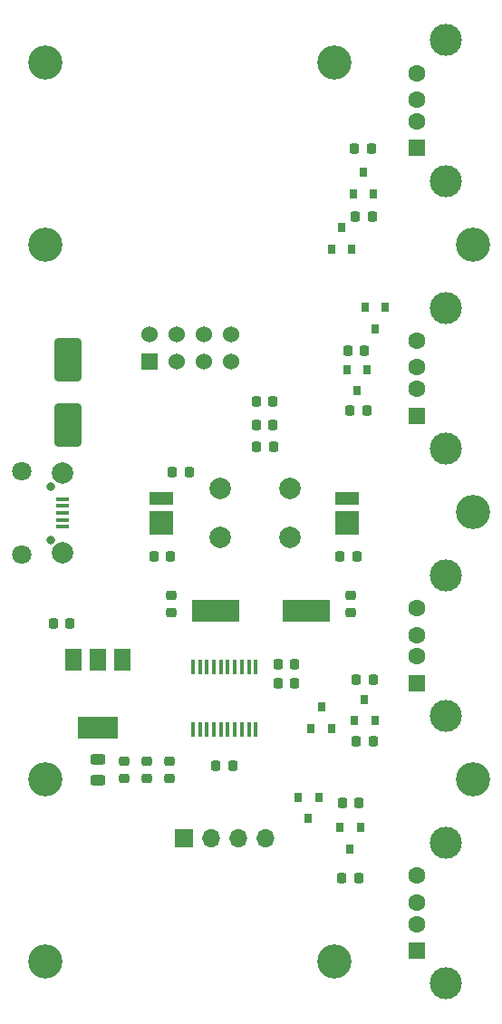
<source format=gbr>
G04 #@! TF.GenerationSoftware,KiCad,Pcbnew,(5.99.0-4013-gfd874d834)*
G04 #@! TF.CreationDate,2020-10-14T13:04:54+02:00*
G04 #@! TF.ProjectId,remote,72656d6f-7465-42e6-9b69-6361645f7063,rev?*
G04 #@! TF.SameCoordinates,Original*
G04 #@! TF.FileFunction,Soldermask,Top*
G04 #@! TF.FilePolarity,Negative*
%FSLAX46Y46*%
G04 Gerber Fmt 4.6, Leading zero omitted, Abs format (unit mm)*
G04 Created by KiCad (PCBNEW (5.99.0-4013-gfd874d834)) date 2020-10-14 13:04:54*
%MOMM*%
%LPD*%
G01*
G04 APERTURE LIST*
G04 Aperture macros list*
%AMRoundRect*
0 Rectangle with rounded corners*
0 $1 Rounding radius*
0 $2 $3 $4 $5 $6 $7 $8 $9 X,Y pos of 4 corners*
0 Add a 4 corners polygon primitive as box body*
4,1,4,$2,$3,$4,$5,$6,$7,$8,$9,$2,$3,0*
0 Add four circle primitives for the rounded corners*
1,1,$1+$1,$2,$3,0*
1,1,$1+$1,$4,$5,0*
1,1,$1+$1,$6,$7,0*
1,1,$1+$1,$8,$9,0*
0 Add four rect primitives between the rounded corners*
20,1,$1+$1,$2,$3,$4,$5,0*
20,1,$1+$1,$4,$5,$6,$7,0*
20,1,$1+$1,$6,$7,$8,$9,0*
20,1,$1+$1,$8,$9,$2,$3,0*%
G04 Aperture macros list end*
%ADD10R,0.800000X0.900000*%
%ADD11C,3.200000*%
%ADD12R,4.500000X2.000000*%
%ADD13R,0.450000X1.450000*%
%ADD14C,1.524000*%
%ADD15R,1.524000X1.524000*%
%ADD16R,1.500000X2.000000*%
%ADD17R,3.800000X2.000000*%
%ADD18C,2.000000*%
%ADD19RoundRect,0.218750X0.218750X0.256250X-0.218750X0.256250X-0.218750X-0.256250X0.218750X-0.256250X0*%
%ADD20RoundRect,0.218750X-0.218750X-0.256250X0.218750X-0.256250X0.218750X0.256250X-0.218750X0.256250X0*%
%ADD21C,1.600000*%
%ADD22R,1.600000X1.600000*%
%ADD23C,3.000000*%
%ADD24O,1.700000X1.700000*%
%ADD25R,1.700000X1.700000*%
%ADD26C,0.800000*%
%ADD27C,1.800000*%
%ADD28R,1.300000X0.450000*%
%ADD29R,2.200000X1.250000*%
%ADD30R,2.200000X2.200000*%
%ADD31RoundRect,0.218750X0.256250X-0.218750X0.256250X0.218750X-0.256250X0.218750X-0.256250X-0.218750X0*%
%ADD32RoundRect,0.218750X-0.256250X0.218750X-0.256250X-0.218750X0.256250X-0.218750X0.256250X0.218750X0*%
%ADD33RoundRect,0.243750X-0.456250X0.243750X-0.456250X-0.243750X0.456250X-0.243750X0.456250X0.243750X0*%
%ADD34RoundRect,0.250000X1.000000X-1.750000X1.000000X1.750000X-1.000000X1.750000X-1.000000X-1.750000X0*%
G04 APERTURE END LIST*
D10*
X182950000Y-92450000D03*
X183900000Y-94450000D03*
X182000000Y-94450000D03*
X179850000Y-147650000D03*
X178900000Y-145650000D03*
X180800000Y-145650000D03*
X186100000Y-101900000D03*
X185150000Y-99900000D03*
X187050000Y-99900000D03*
X181050000Y-137250000D03*
X182000000Y-139250000D03*
X180100000Y-139250000D03*
D11*
X155250000Y-144000000D03*
X155250000Y-94000000D03*
X195250000Y-94000000D03*
X195250000Y-119000000D03*
X195250000Y-144000000D03*
D12*
X171150000Y-128200000D03*
X179650000Y-128200000D03*
D11*
X182250000Y-161000000D03*
X155250000Y-77000000D03*
X155250000Y-161000000D03*
X182250000Y-77000000D03*
D13*
X174925000Y-139350000D03*
X174275000Y-139350000D03*
X173625000Y-139350000D03*
X172975000Y-139350000D03*
X172325000Y-139350000D03*
X171675000Y-139350000D03*
X171025000Y-139350000D03*
X170375000Y-139350000D03*
X169725000Y-139350000D03*
X169075000Y-139350000D03*
X169075000Y-133450000D03*
X169725000Y-133450000D03*
X170375000Y-133450000D03*
X171025000Y-133450000D03*
X171675000Y-133450000D03*
X172325000Y-133450000D03*
X172975000Y-133450000D03*
X173625000Y-133450000D03*
X174275000Y-133450000D03*
X174925000Y-133450000D03*
D14*
X172620000Y-102460000D03*
X172620000Y-105000000D03*
X170080000Y-102460000D03*
X170080000Y-105000000D03*
X167540000Y-102460000D03*
X167540000Y-105000000D03*
X165000000Y-102460000D03*
D15*
X165000000Y-105000000D03*
D16*
X162500000Y-132850000D03*
X157900000Y-132850000D03*
X160200000Y-132850000D03*
D17*
X160200000Y-139150000D03*
D18*
X178100000Y-116850000D03*
X178100000Y-121350000D03*
X171600000Y-116850000D03*
X171600000Y-121350000D03*
D19*
X184225000Y-91400000D03*
X185800000Y-91400000D03*
X182812500Y-123200000D03*
X184387500Y-123200000D03*
X165412500Y-123200000D03*
X166987500Y-123200000D03*
X167112500Y-115300000D03*
X168687500Y-115300000D03*
X177012500Y-133200000D03*
X178587500Y-133200000D03*
D20*
X184587500Y-146200000D03*
X183012500Y-146200000D03*
D19*
X177012500Y-135000000D03*
X178587500Y-135000000D03*
D20*
X185087500Y-103900000D03*
X183512500Y-103900000D03*
D19*
X184325000Y-140400000D03*
X185900000Y-140400000D03*
D10*
X185000000Y-87300000D03*
X185950000Y-89300000D03*
X184050000Y-89300000D03*
X183750000Y-150500000D03*
X182800000Y-148500000D03*
X184700000Y-148500000D03*
X184400000Y-107700000D03*
X183450000Y-105700000D03*
X185350000Y-105700000D03*
X185100000Y-136500000D03*
X186050000Y-138500000D03*
X184150000Y-138500000D03*
D21*
X190000000Y-78000000D03*
X190000000Y-80500000D03*
X190000000Y-82500000D03*
D22*
X190000000Y-85000000D03*
D23*
X192710000Y-88070000D03*
X192710000Y-74930000D03*
D21*
X190000000Y-153000000D03*
X190000000Y-155500000D03*
X190000000Y-157500000D03*
D22*
X190000000Y-160000000D03*
D23*
X192710000Y-163070000D03*
X192710000Y-149930000D03*
D24*
X175870000Y-149500000D03*
X173330000Y-149500000D03*
X170790000Y-149500000D03*
D25*
X168250000Y-149500000D03*
D21*
X190000000Y-103000000D03*
X190000000Y-105500000D03*
X190000000Y-107500000D03*
D22*
X190000000Y-110000000D03*
D23*
X192710000Y-113070000D03*
X192710000Y-99930000D03*
D26*
X155800000Y-121600000D03*
X155800000Y-116600000D03*
D27*
X153050000Y-122975000D03*
X153050000Y-115225000D03*
D18*
X156850000Y-122825000D03*
X156850000Y-115375000D03*
D28*
X156900000Y-120400000D03*
X156900000Y-119750000D03*
X156900000Y-119100000D03*
X156900000Y-118450000D03*
X156900000Y-117800000D03*
D21*
X190000000Y-128000000D03*
X190000000Y-130500000D03*
X190000000Y-132500000D03*
D22*
X190000000Y-135000000D03*
D23*
X192710000Y-138070000D03*
X192710000Y-124930000D03*
D29*
X183500000Y-117725000D03*
D30*
X183500000Y-120000000D03*
D29*
X166100000Y-117725000D03*
D30*
X166100000Y-120000000D03*
D19*
X184162500Y-85050000D03*
X185737500Y-85050000D03*
X175012500Y-112900000D03*
X176587500Y-112900000D03*
X174975000Y-110900000D03*
X176550000Y-110900000D03*
X174975000Y-108650000D03*
X176550000Y-108650000D03*
D31*
X167000000Y-126812500D03*
X167000000Y-128387500D03*
X183800000Y-126812500D03*
X183800000Y-128387500D03*
D19*
X182962500Y-153250000D03*
X184537500Y-153250000D03*
X171175000Y-142750000D03*
X172750000Y-142750000D03*
X183712500Y-109550000D03*
X185287500Y-109550000D03*
D32*
X166900000Y-143887500D03*
X166900000Y-142312500D03*
X164750000Y-143887500D03*
X164750000Y-142312500D03*
X162650000Y-143887500D03*
X162650000Y-142312500D03*
D33*
X160150000Y-144037500D03*
X160150000Y-142162500D03*
D19*
X156012500Y-129400000D03*
X157587500Y-129400000D03*
D34*
X157400000Y-104750000D03*
X157400000Y-110850000D03*
D19*
X184312500Y-134700000D03*
X185887500Y-134700000D03*
M02*

</source>
